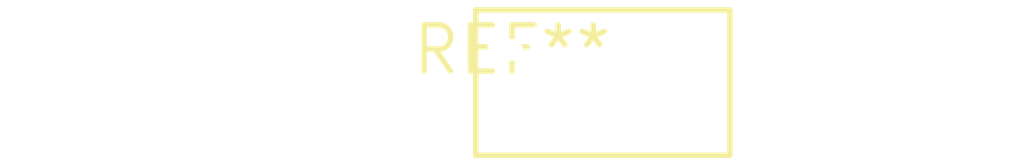
<source format=kicad_pcb>
(kicad_pcb (version 20240108) (generator pcbnew)
  (layers (0 "F.Cu" signal) (31 "B.Cu" signal) (34 "B.Paste" user) (35 "F.Paste" user) (36 "B.SilkS" user "B.Silkscreen") (37 "F.SilkS" user "F.Silkscreen") (38 "B.Mask" user) (39 "F.Mask" user) (44 "Edge.Cuts" user))
  (net 0 "")
  (footprint "RV_Disc_D7mm_W4mm_P5mm" (layer "F.Cu") (at 0 0)
    (property "Reference" "REF**")
    (property "Value" "RV_Disc_D7mm_W4mm_P5mm")
    (fp_line (start -1 -1.1) (end -1 2.9) (layer "F.SilkS") (stroke (width 0.15)))
    (fp_line (start -1 -1.1) (end 6 -1.1) (layer "F.SilkS") (stroke (width 0.15)))
    (fp_line (start -1 2.9) (end 6 2.9) (layer "F.SilkS") (stroke (width 0.15)))
    (fp_line (start 6 -1.1) (end 6 2.9) (layer "F.SilkS") (stroke (width 0.15)))
    (pad "1" thru_hole circle (at 0 0) (size 1.6 1.6) (drill 0.6) (layers *.Cu *.Mask) (remove_unused_layers))
    (pad "2" thru_hole circle (at 5 1.8) (size 1.6 1.6) (drill 0.6) (layers *.Cu *.Mask) (remove_unused_layers))
  )
)
</source>
